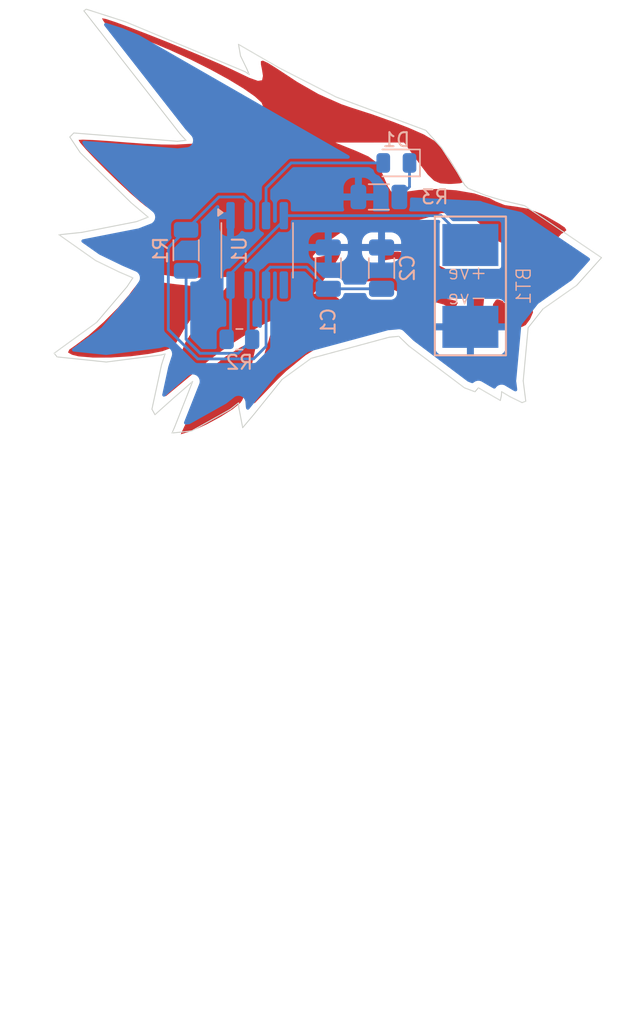
<source format=kicad_pcb>
(kicad_pcb (version 20240108) (generator "pcbnew") (generator_version "8.0")
  (layers (0 "F.Cu" signal) (31 "B.Cu" signal) (34 "B.Paste" user) (35 "F.Paste" user) (36 "B.SilkS" user "B.Silkscreen") (37 "F.SilkS" user "F.Silkscreen") (38 "B.Mask" user) (39 "F.Mask" user) (44 "Edge.Cuts" user))
  (net 0 "")
  (footprint "1_PCBARTSJCET:sjcet_copper_red F.Cu" (layer "F.Cu") (at 118.552907 138.299727)
    (property "Reference" "" (at 0 0 0) (layer "F.SilkS") (effects (font (size 1.27 1.27))))
    (property "Value" "")
    (fp_poly (pts (xy -12.962405 -47.91865) (xy -13.12809 -47.171998) (xy -13.308819 -46.213111) (xy -13.367174 -45.866575) (xy -13.586107 -44.987618) (xy -13.89541 -44.273011) (xy -14.031134 -44.08235) (xy -14.582575 -43.636116) (xy -15.446587 -43.093126) (xy -16.430373 -42.561727) (xy -17.341135 -42.150268) (xy -17.679674 -42.031944) (xy -18.289457 -41.849533) (xy -17.614063 -43.284873) (xy -17.241559 -44.172159) (xy -16.995109 -44.942333) (xy -16.936001 -45.300199) (xy -16.703221 -45.884056) (xy -16.079561 -46.596584) (xy -15.170319 -47.340448) (xy -14.08079 -48.018316) (xy -13.885884 -48.11965) (xy -12.765451 -48.685172)) (fill solid) (layer "F.Cu"))
    (fp_poly (pts (xy -24.560063 -62.855827) (xy -23.508019 -62.789095) (xy -22.291422 -62.692161) (xy -20.918021 -62.592842) (xy -19.64458 -62.536052) (xy -18.627265 -62.526732) (xy -18.08554 -62.559112) (xy -17.444367 -62.595955) (xy -16.908943 -62.440067) (xy -16.287318 -62.013448) (xy -15.863263 -61.656099) (xy -14.656634 -60.609441) (xy -16.27294 -59.526754) (xy -17.554052 -58.703442) (xy -18.64597 -58.069454) (xy -19.462332 -57.671987) (xy -19.880065 -57.555319) (xy -20.213231 -57.716846) (xy -20.79413 -58.128898) (xy -21.173872 -58.43351) (xy -21.90801 -59.07667) (xy -22.750671 -59.860467) (xy -23.615822 -60.698561) (xy -24.417434 -61.504614) (xy -25.069473 -62.192284) (xy -25.48591 -62.675231) (xy -25.588079 -62.863566) (xy -25.290428 -62.882575)) (fill solid) (layer "F.Cu"))
    (fp_poly (pts (xy -20.348675 -52.808875) (xy -20.347311 -52.808576) (xy -19.647835 -52.690347) (xy -18.63578 -52.56016) (xy -17.647223 -52.457501) (xy -15.76649 -52.28617) (xy -16.77919 -51.088989) (xy -17.458412 -50.21391) (xy -18.067301 -49.310146) (xy -18.308919 -48.889127) (xy -18.636034 -48.333235) (xy -19.009151 -47.994632) (xy -19.592944 -47.778257) (xy -20.552088 -47.589052) (xy -20.564916 -47.58684) (xy -21.888796 -47.414742) (xy -23.273495 -47.326784) (xy -24.557005 -47.324825) (xy -25.577314 -47.410724) (xy -26.047611 -47.523907) (xy -26.342136 -47.687754) (xy -26.252988 -47.891897) (xy -25.774493 -48.228792) (xy -24.846945 -48.925672) (xy -23.78904 -49.866244) (xy -22.774283 -50.883422) (xy -21.976179 -51.81012) (xy -21.793144 -52.062828) (xy -21.333918 -52.652309) (xy -20.920316 -52.865976)) (fill solid) (layer "F.Cu"))
    (fp_poly (pts (xy -23.627407 -71.495895) (xy -22.937191 -71.266834) (xy -21.933557 -70.89962) (xy -20.710839 -70.431599) (xy -19.36337 -69.90012) (xy -17.985484 -69.342531) (xy -16.671514 -68.796181) (xy -15.515794 -68.298416) (xy -14.612658 -67.886585) (xy -14.414777 -67.790209) (xy -13.394104 -67.301562) (xy -12.772269 -67.07789) (xy -12.470306 -67.122256) (xy -12.409252 -67.437726) (xy -12.476342 -67.86542) (xy -12.55585 -68.257153) (xy -12.558245 -68.484963) (xy -12.411639 -68.524262) (xy -12.044142 -68.350461) (xy -11.383866 -67.938971) (xy -10.35892 -67.265202) (xy -9.968817 -67.007749) (xy -8.444414 -66.136177) (xy -6.795067 -65.40708) (xy -6.008602 -65.139604) (xy -4.646407 -64.702245) (xy -3.139316 -64.168502) (xy -1.969324 -63.716114) (xy -0.903761 -63.248444) (xy -0.184821 -62.818963) (xy 0.358973 -62.294649) (xy 0.899099 -61.542479) (xy 0.966697 -61.438501) (xy 1.453671 -60.666647) (xy 1.794894 -60.090109) (xy 1.911828 -59.846881) (xy 1.669958 -59.764021) (xy 1.068913 -59.719469) (xy 0.867111 -59.717021) (xy 0.273556 -59.75801) (xy -0.178806 -59.948479) (xy -0.63475 -60.389679) (xy -1.239053 -61.182865) (xy -1.249556 -61.197364) (xy -2.321505 -62.677707) (xy -4.779569 -62.675233) (xy -7.237634 -62.672759) (xy -5.743029 -62.073081) (xy -4.862124 -61.67865) (xy -4.332985 -61.283009) (xy -3.984954 -60.727126) (xy -3.794654 -60.257447) (xy -3.485087 -59.550285) (xy -3.207747 -59.118369) (xy -3.104313 -59.054363) (xy -2.722975 -59.096934) (xy -1.981857 -59.193691) (xy -1.284676 -59.289719) (xy -0.01592 -59.360521) (xy 1.374262 -59.269018) (xy 2.700512 -59.042625) (xy 3.777473 -58.70876) (xy 4.215579 -58.47617) (xy 4.873002 -58.209097) (xy 5.69198 -58.095775) (xy 5.70398 -58.095744) (xy 6.50232 -57.957123) (xy 7.456398 -57.604835) (xy 7.896435 -57.38067) (xy 8.737074 -56.895844) (xy 9.174353 -56.602682) (xy 9.276322 -56.419835) (xy 9.111033 -56.265955) (xy 8.919374 -56.157841) (xy 8.558638 -55.74265) (xy 8.585455 -55.232363) (xy 8.655947 -54.8717) (xy 8.581365 -54.671023) (xy 8.270195 -54.621595) (xy 7.630924 -54.71468) (xy 6.572039 -54.941539) (xy 6.263971 -55.010718) (xy 5.178691 -55.291745) (xy 4.462776 -55.596882) (xy 3.943344 -56.015442) (xy 3.653022 -56.359543) (xy 2.698081 -57.222584) (xy 1.560319 -57.662945) (xy 0.374824 -57.642566) (xy -0.199511 -57.44493) (xy -1.251375 -57.151979) (xy -2.815537 -57.021953) (xy -3.369773 -57.014893) (xy -4.550177 -56.994432) (xy -5.368841 -56.905891) (xy -6.00956 -56.708532) (xy -6.656131 -56.361621) (xy -6.842765 -56.245143) (xy -7.649737 -55.687432) (xy -8.328668 -55.139806) (xy -8.555426 -54.917966) (xy -8.850037 -54.564205) (xy -8.806077 -54.447831) (xy -8.342889 -54.520016) (xy -8.016858 -54.591933) (xy -7.333892 -54.717796) (xy -6.923443 -54.743433) (xy -6.885138 -54.729622) (xy -6.981624 -54.480686) (xy -7.326994 -53.924076) (xy -7.790724 -53.258384) (xy -8.791024 -51.880851) (xy -7.959949 -51.880851) (xy -7.27094 -51.741417) (xy -6.658447 -51.248289) (xy -6.399271 -50.934469) (xy -6.002945 -50.337985) (xy -5.903988 -49.865081) (xy -6.152804 -49.435128) (xy -6.799798 -48.967496) (xy -7.895372 -48.381556) (xy -8.040647 -48.308806) (xy -9.367875 -47.487099) (xy -10.749018 -46.357688) (xy -11.361745 -45.761288) (xy -13.027791 -44.039587) (xy -12.800974 -45.470593) (xy -12.571097 -46.580918) (xy -12.236616 -47.824134) (xy -12.037273 -48.44548) (xy -11.786818 -49.254133) (xy -11.672498 -49.813048) (xy -11.706584 -49.989361) (xy -12.0997 -49.842997) (xy -12.809434 -49.456233) (xy -13.711403 -48.907568) (xy -14.681222 -48.275497) (xy -15.594509 -47.638517) (xy -16.32688 -47.075124) (xy -16.334569 -47.068707) (xy -17.205797 -46.342345) (xy -18.079924 -45.616134) (xy -18.450795 -45.309123) (xy -19.373402 -44.546971) (xy -18.946767 -45.984655) (xy -17.921482 -48.486659) (xy -16.396801 -50.775639) (xy -15.77258 -51.495688) (xy -15.131826 -52.207366) (xy -14.668202 -52.754547) (xy -14.476108 -53.025508) (xy -14.475268 -53.031063) (xy -14.724153 -53.077514) (xy -15.377989 -53.077324) (xy -16.297552 -53.03073) (xy -16.337915 -53.027903) (xy -18.173411 -53.019811) (xy -19.925468 -53.294647) (xy -21.769327 -53.890021) (xy -23.149108 -54.489687) (xy -25.261924 -55.481638) (xy -23.599255 -55.817184) (xy -21.409469 -56.427809) (xy -19.101381 -57.36498) (xy -16.896278 -58.531947) (xy -15.856923 -59.202233) (xy -14.987279 -59.827673) (xy -14.321651 -60.346767) (xy -13.963531 -60.677085) (xy -13.92956 -60.737357) (xy -14.138164 -60.980158) (xy -14.680716 -61.416695) (xy -15.331152 -61.877766) (xy -16.234612 -62.576739) (xy -17.25488 -63.499968) (xy -18.16849 -64.444787) (xy -19.138822 -65.558164) (xy -20.153805 -66.752565) (xy -21.154686 -67.955287) (xy -22.082713 -69.093628) (xy -22.879134 -70.094886) (xy -23.257792 -70.589383) (xy -22.741807 -70.589383) (xy -22.62915 -70.325306) (xy -22.21343 -69.782323) (xy -21.479248 -68.908034) (xy -20.786915 -68.093617) (xy -19.218112 -66.294051) (xy -17.930065 -64.926672) (xy -16.90253 -63.972694) (xy -16.11526 -63.413329) (xy -15.548014 -63.229792) (xy -15.545566 -63.229787) (xy -14.899283 -63.064344) (xy -14.111516 -62.64702) (xy -13.792473 -62.419149) (xy -13.017713 -61.860054) (xy -12.570807 -61.642966) (xy -12.481136 -61.767163) (xy -12.77808 -62.231923) (xy -12.948839 -62.439881) (xy -13.455976 -63.081089) (xy -13.62373 -63.486647) (xy -13.490127 -63.81159) (xy -13.328172 -63.986383) (xy -13.174824 -64.24337) (xy -13.509015 -64.310638) (xy -13.936928 -64.42029) (xy -14.584748 -64.69499) (xy -15.297632 -65.053359) (xy -15.920739 -65.414014) (xy -16.299226 -65.695575) (xy -16.33989 -65.798477) (xy -16.049254 -65.784926) (xy -15.392261 -65.657085) (xy -14.756778 -65.504442) (xy -13.827738 -65.289852) (xy -13.047478 -65.150805) (xy -12.72594 -65.121276) (xy -12.395545 -65.226774) (xy -12.503991 -65.520159) (xy -12.992349 -65.96677) (xy -13.80169 -66.531948) (xy -14.873084 -67.181031) (xy -16.147601 -67.87936) (xy -17.566313 -68.592272) (xy -19.070289 -69.285108) (xy -20.600601 -69.923207) (xy -21.415394 -70.23217) (xy -22.119529 -70.490415) (xy -22.5668 -70.626952) (xy -22.741807 -70.589383) (xy -23.257792 -70.589383) (xy -23.485198 -70.886357) (xy -23.842152 -71.39534) (xy -23.909871 -71.549453)) (fill solid) (layer "F.Cu"))
  )
  (footprint "1_PCBARTSJCET:teeth_for _expose F.Mask" (layer "F.Cu") (at 119.618129 137.199293)
    (property "Reference" "" (at 0 0 0) (layer "F.SilkS") (effects (font (size 1.27 1.27))))
    (property "Value" "")
  )
  (footprint "1_PCBARTSJCET:fr4 eyes F.Mask" (layer "F.Cu") (at 125.66 135.17)
    (property "Reference" "" (at 0 0 0) (layer "F.SilkS") (effects (font (size 1.27 1.27))))
    (property "Value" "")
  )
  (footprint "1_PCBARTSJCET:teeth F.Cu" (layer "F.Cu") (at 119.518129 137.079293)
    (property "Reference" "" (at 0 0 0) (layer "F.SilkS") (effects (font (size 1.27 1.27))))
    (property "Value" "")
    (fp_poly (pts (xy 2.448979 -50.49532) (xy 2.363938 -49.649095) (xy 2.135965 -49.022506) (xy 1.825806 -48.728115) (xy 1.545301 -48.820784) (xy 1.364711 -49.325908) (xy 1.428802 -50.065148) (xy 1.701695 -50.808927) (xy 1.902742 -51.107831) (xy 2.439892 -51.745744)) (fill solid) (layer "F.Cu"))
    (fp_poly (pts (xy -1.686963 -51.172038) (xy -1.379223 -50.862889) (xy -1.072446 -50.8) (xy -0.639628 -50.682998) (xy -0.546236 -50.529787) (xy -0.317486 -50.310244) (xy 0 -50.259574) (xy 0.443913 -50.153027) (xy 0.546237 -50.005309) (xy 0.373786 -49.656071) (xy 0.039867 -49.569897) (xy -0.119118 -49.691229) (xy -0.467418 -49.892784) (xy -1.138558 -50.082196) (xy -1.351299 -50.122079) (xy -2.236238 -50.357409) (xy -2.749113 -50.671495) (xy -2.835764 -51.004471) (xy -2.44203 -51.296469) (xy -2.42096 -51.304442) (xy -1.894584 -51.405806)) (fill solid) (layer "F.Cu"))
    (fp_poly (pts (xy 3.777831 -50.142183) (xy 3.823656 -50.042914) (xy 4.064467 -49.893982) (xy 4.657921 -49.805124) (xy 4.798597 -49.798913) (xy 5.478513 -49.748655) (xy 5.878313 -49.660863) (xy 5.901296 -49.645172) (xy 5.924211 -49.31899) (xy 5.71534 -48.841485) (xy 5.402973 -48.425298) (xy 5.1154 -48.283068) (xy 5.087008 -48.295494) (xy 4.440311 -48.463209) (xy 3.678411 -48.403457) (xy 3.339722 -48.271074) (xy 3.116173 -48.290628) (xy 3.015735 -48.749439) (xy 3.004302 -49.162776) (xy 3.069994 -49.920314) (xy 3.288523 -50.236929) (xy 3.413979 -50.259574)) (fill solid) (layer "F.Cu"))
    (fp_poly (pts (xy -5.592415 -52.410857) (xy -5.204273 -52.215327) (xy -4.885305 -52.237332) (xy -4.46645 -52.243076) (xy -4.369892 -52.125766) (xy -4.135423 -51.943547) (xy -3.66707 -51.880851) (xy -3.147866 -51.781728) (xy -3.051182 -51.435889) (xy -3.05569 -51.411082) (xy -3.33781 -50.989449) (xy -3.807754 -50.840536) (xy -4.212276 -51.038655) (xy -4.230853 -51.066243) (xy -4.606912 -51.238528) (xy -4.939113 -51.198101) (xy -5.372054 -51.189307) (xy -5.462365 -51.353732) (xy -5.677538 -51.558816) (xy -6.008602 -51.532344) (xy -6.450502 -51.567114) (xy -6.540469 -51.884202) (xy -6.250166 -52.33054) (xy -6.169476 -52.401311) (xy -5.785736 -52.57612)) (fill solid) (layer "F.Cu"))
    (fp_poly (pts (xy -3.325093 -53.613434) (xy -2.62502 -53.45269) (xy -2.222813 -53.263518) (xy -2.184946 -53.197379) (xy -1.955645 -53.006481) (xy -1.632853 -52.961702) (xy -1.094921 -52.826506) (xy -0.402923 -52.488897) (xy 0.285523 -52.050846) (xy 0.812798 -51.614323) (xy 1.021285 -51.281299) (xy 1.015859 -51.248134) (xy 0.701518 -50.941563) (xy 0.078066 -51.04456) (xy -0.204838 -51.169368) (xy -0.675001 -51.528098) (xy -0.819354 -51.831289) (xy -0.985314 -52.064898) (xy -1.541931 -52.03602) (xy -1.638709 -52.015957) (xy -2.222601 -51.947836) (xy -2.44115 -52.129424) (xy -2.458064 -52.296215) (xy -2.613959 -52.62815) (xy -3.004301 -52.613195) (xy -3.460098 -52.635817) (xy -3.550537 -52.873363) (xy -3.676354 -53.13076) (xy -4.136482 -53.145556) (xy -4.438172 -53.091138) (xy -5.011184 -52.992329) (xy -5.13339 -53.067539) (xy -4.895523 -53.350616) (xy -4.440179 -53.632969) (xy -3.75483 -53.668585)) (fill solid) (layer "F.Cu"))
  )
  (footprint "Resistor_SMD:R_0805_2012Metric" (layer "B.Cu") (at 104.46 89.67)
    (property "Reference" "R2" (at 0 1.65 0) (layer "B.SilkS") (effects (justify mirror)))
    (property "Value" "100k")
    (fp_line (start 0.227064 -0.735) (end -0.227064 -0.735) (stroke (width 0.12)) (layer "B.SilkS"))
    (fp_line (start 0.227064 0.735) (end -0.227064 0.735) (stroke (width 0.12)) (layer "B.SilkS"))
    (pad "1" smd roundrect (at -0.9125 0) (size 1.025 1.4) (layers "B.Cu" "B.Paste" "B.Mask") (roundrect_rratio 0.243902))
    (pad "2" smd roundrect (at 0.9125 0) (size 1.025 1.4) (layers "B.Cu" "B.Paste" "B.Mask") (roundrect_rratio 0.243902))
  )
  (footprint "Battery_smd_pad_vinvout:battery_pads" (layer "B.Cu") (at 113.35 85.225 -90)
    (property "Reference" "BT1" (at 0.635 -11.43 90) (layer "B.SilkS") (effects (font (thickness 0.1)) (justify mirror)))
    (property "Value" "3V")
    (fp_rect (start -4.318 -5.08) (end 5.588 -10.16) (stroke (width 0.15)) (fill none) (layer "B.SilkS"))
    (fp_text user "-ve" (at 2.032 -8.89 0) (layer "B.SilkS") (effects (font (thickness 0.1)) (justify left bottom mirror)))
    (fp_text user "+ve" (at 0.254 -8.89 0) (layer "B.SilkS") (effects (font (thickness 0.1)) (justify left bottom mirror)))
    (pad "1" smd rect (at -2.286 -7.62 270) (size 3 4) (layers "B.Cu" "B.Paste" "B.Mask"))
    (pad "2" smd rect (at 3.556 -7.62 270) (size 3 4) (layers "B.Cu" "B.Paste" "B.Mask"))
  )
  (footprint "Resistor_SMD:R_1206_3216Metric" (layer "B.Cu") (at 114.4275 79.51 180)
    (property "Reference" "R3" (at -4.0025 0 0) (layer "B.SilkS") (effects (justify mirror)))
    (property "Value" "270")
    (fp_line (start 0.727064 0.91) (end -0.727064 0.91) (stroke (width 0.12)) (layer "B.SilkS"))
    (fp_line (start 0.727064 -0.91) (end -0.727064 -0.91) (stroke (width 0.12)) (layer "B.SilkS"))
    (pad "1" smd roundrect (at -1.4625 0 180) (size 1.125 1.75) (layers "B.Cu" "B.Paste" "B.Mask") (roundrect_rratio 0.222222))
    (pad "2" smd roundrect (at 1.4625 0 180) (size 1.125 1.75) (layers "B.Cu" "B.Paste" "B.Mask") (roundrect_rratio 0.222222))
  )
  (footprint "Package_SO:SOIC-8_3.9x4.9mm_P1.27mm" (layer "B.Cu") (at 105.73 83.32 -90)
    (property "Reference" "U1" (at 0 1.27 90) (layer "B.SilkS") (effects (justify mirror)))
    (property "Value" "NA555D")
    (fp_line (start -1.95 2.56) (end 0 2.56) (stroke (width 0.12)) (layer "B.SilkS"))
    (fp_line (start 1.95 2.56) (end 0 2.56) (stroke (width 0.12)) (layer "B.SilkS"))
    (fp_line (start -1.95 -2.56) (end 0 -2.56) (stroke (width 0.12)) (layer "B.SilkS"))
    (fp_line (start 1.95 -2.56) (end 0 -2.56) (stroke (width 0.12)) (layer "B.SilkS"))
    (fp_poly (pts (xy -2.7 2.465) (xy -2.94 2.795) (xy -2.46 2.795) (xy -2.7 2.465)) (stroke (width 0.12)) (fill solid) (layer "B.SilkS"))
    (pad "1" smd roundrect (at -2.475 1.905 270) (size 1.95 0.6) (layers "B.Cu" "B.Paste" "B.Mask"))
    (pad "2" smd roundrect (at -2.475 0.635 270) (size 1.95 0.6) (layers "B.Cu" "B.Paste" "B.Mask"))
    (pad "3" smd roundrect (at -2.475 -0.635 270) (size 1.95 0.6) (layers "B.Cu" "B.Paste" "B.Mask"))
    (pad "4" smd roundrect (at -2.475 -1.905 270) (size 1.95 0.6) (layers "B.Cu" "B.Paste" "B.Mask"))
    (pad "5" smd roundrect (at 2.475 -1.905 270) (size 1.95 0.6) (layers "B.Cu" "B.Paste" "B.Mask"))
    (pad "6" smd roundrect (at 2.475 -0.635 270) (size 1.95 0.6) (layers "B.Cu" "B.Paste" "B.Mask"))
    (pad "7" smd roundrect (at 2.475 0.635 270) (size 1.95 0.6) (layers "B.Cu" "B.Paste" "B.Mask"))
    (pad "8" smd roundrect (at 2.475 1.905 270) (size 1.95 0.6) (layers "B.Cu" "B.Paste" "B.Mask"))
  )
  (footprint "Capacitor_SMD:C_1206_3216Metric" (layer "B.Cu") (at 110.81 84.59 90)
    (property "Reference" "C1" (at -3.81 0 90) (layer "B.SilkS") (effects (justify mirror)))
    (property "Value" "1uf")
    (fp_line (start 0.711252 -0.91) (end -0.711252 -0.91) (stroke (width 0.12)) (layer "B.SilkS"))
    (fp_line (start 0.711252 0.91) (end -0.711252 0.91) (stroke (width 0.12)) (layer "B.SilkS"))
    (pad "1" smd roundrect (at -1.475 0 90) (size 1.15 1.8) (layers "B.Cu" "B.Paste" "B.Mask") (roundrect_rratio 0.217391))
    (pad "2" smd roundrect (at 1.475 0 90) (size 1.15 1.8) (layers "B.Cu" "B.Paste" "B.Mask") (roundrect_rratio 0.217391))
  )
  (footprint "Capacitor_SMD:C_1206_3216Metric" (layer "B.Cu") (at 114.62 84.59 90)
    (property "Reference" "C2" (at 0 1.85 90) (layer "B.SilkS") (effects (justify mirror)))
    (property "Value" "1uf")
    (fp_line (start 0.711252 -0.91) (end -0.711252 -0.91) (stroke (width 0.12)) (layer "B.SilkS"))
    (fp_line (start 0.711252 0.91) (end -0.711252 0.91) (stroke (width 0.12)) (layer "B.SilkS"))
    (pad "1" smd roundrect (at -1.475 0 90) (size 1.15 1.8) (layers "B.Cu" "B.Paste" "B.Mask") (roundrect_rratio 0.217391))
    (pad "2" smd roundrect (at 1.475 0 90) (size 1.15 1.8) (layers "B.Cu" "B.Paste" "B.Mask") (roundrect_rratio 0.217391))
  )
  (footprint "LED_SMD:LED_0805_2012Metric" (layer "B.Cu") (at 115.68 77.08 180)
    (property "Reference" "D1" (at 0 1.65 0) (layer "B.SilkS") (effects (justify mirror)))
    (property "Value" "LED")
    (fp_line (start 1 -0.96) (end -1.685 -0.96) (stroke (width 0.12)) (layer "B.SilkS"))
    (fp_line (start -1.685 0.96) (end 1 0.96) (stroke (width 0.12)) (layer "B.SilkS"))
    (fp_line (start -1.685 -0.96) (end -1.685 0.96) (stroke (width 0.12)) (layer "B.SilkS"))
    (pad "1" smd roundrect (at -0.9375 0 180) (size 0.975 1.4) (layers "B.Cu" "B.Paste" "B.Mask"))
    (pad "2" smd roundrect (at 0.9375 0 180) (size 0.975 1.4) (layers "B.Cu" "B.Paste" "B.Mask"))
  )
  (footprint "Resistor_SMD:R_1206_3216Metric" (layer "B.Cu") (at 100.65 83.32 -90)
    (property "Reference" "R1" (at 0 1.82 90) (layer "B.SilkS") (effects (justify mirror)))
    (property "Value" "470k")
    (fp_line (start 0.727064 0.91) (end -0.727064 0.91) (stroke (width 0.12)) (layer "B.SilkS"))
    (fp_line (start 0.727064 -0.91) (end -0.727064 -0.91) (stroke (width 0.12)) (layer "B.SilkS"))
    (pad "1" smd roundrect (at -1.4625 0 270) (size 1.125 1.75) (layers "B.Cu" "B.Paste" "B.Mask") (roundrect_rratio 0.222222))
    (pad "2" smd roundrect (at 1.4625 0 270) (size 1.125 1.75) (layers "B.Cu" "B.Paste" "B.Mask") (roundrect_rratio 0.222222))
  )
  (gr_line (start 101.117966 92.679648) (end 99.831999 95.929238) (stroke (width 0.072)) (layer "Edge.Cuts"))
  (gr_line (start 107.307079 70.298401) (end 104.397829 68.617593) (stroke (width 0.072)) (layer "Edge.Cuts"))
  (gr_line (start 111.378247 72.377552) (end 107.307079 70.298401) (stroke (width 0.072)) (layer "Edge.Cuts"))
  (gr_line (start 94.259206 88.460581) (end 91.775246 90.260232) (stroke (width 0.072)) (layer "Edge.Cuts"))
  (gr_line (start 105.156539 70.765324) (end 104.875257 70.571115) (stroke (width 0.072)) (layer "Edge.Cuts"))
  (gr_line (start 115.174335 89.520093) (end 115.856243 89.457306) (stroke (width 0.072)) (layer "Edge.Cuts"))
  (gr_line (start 93.196663 82.037306) (end 91.568188 82.207953) (stroke (width 0.072)) (layer "Edge.Cuts"))
  (gr_line (start 96.845417 85.284808) (end 96.42299 85.921332) (stroke (width 0.072)) (layer "Edge.Cuts"))
  (gr_line (start 104.694058 95.977395) (end 105.479751 95.049837) (stroke (width 0.072)) (layer "Edge.Cuts"))
  (gr_line (start 96.42299 85.921332) (end 94.259206 88.460581) (stroke (width 0.072)) (layer "Edge.Cuts"))
  (gr_line (start 104.875257 70.571115) (end 96.295917 66.996459) (stroke (width 0.072)) (layer "Edge.Cuts"))
  (gr_line (start 109.593507 91.025541) (end 115.174335 89.520093) (stroke (width 0.072)) (layer "Edge.Cuts"))
  (gr_line (start 118.91188 76.005078) (end 117.781603 74.75299) (stroke (width 0.072)) (layer "Edge.Cuts"))
  (gr_line (start 97.936253 80.949577) (end 97.116307 81.268875) (stroke (width 0.072)) (layer "Edge.Cuts"))
  (gr_line (start 99.831999 95.929238) (end 99.645177 96.359514) (stroke (width 0.072)) (layer "Edge.Cuts"))
  (gr_line (start 121.540863 93.131919) (end 121.965886 93.378991) (stroke (width 0.072)) (layer "Edge.Cuts"))
  (gr_line (start 121.295109 93.415542) (end 121.540863 93.131919) (stroke (width 0.072)) (layer "Edge.Cuts"))
  (gr_line (start 124.927909 94.088853) (end 124.744888 92.638305) (stroke (width 0.072)) (layer "Edge.Cuts"))
  (gr_line (start 120.560075 78.651135) (end 120.021404 77.718346) (stroke (width 0.072)) (layer "Edge.Cuts"))
  (gr_line (start 100.645682 75.470046) (end 100.030723 75.534968) (stroke (width 0.072)) (layer "Edge.Cuts"))
  (gr_line (start 98.875569 90.787344) (end 99.145429 90.714087) (stroke (width 0.072)) (layer "Edge.Cuts"))
  (gr_line (start 121.965886 93.378991) (end 123.10862 94.035926) (stroke (width 0.072)) (layer "Edge.Cuts"))
  (gr_line (start 120.810207 78.895068) (end 120.560075 78.651135) (stroke (width 0.072)) (layer "Edge.Cuts"))
  (gr_line (start 123.327651 79.776042) (end 122.041173 79.393912) (stroke (width 0.072)) (layer "Edge.Cuts"))
  (gr_line (start 91.568188 82.207953) (end 94.183192 84.047888) (stroke (width 0.072)) (layer "Edge.Cuts"))
  (gr_line (start 124.744888 92.638305) (end 125.096741 88.844337) (stroke (width 0.072)) (layer "Edge.Cuts"))
  (gr_line (start 100.030723 75.534968) (end 92.622679 74.941371) (stroke (width 0.072)) (layer "Edge.Cuts"))
  (gr_line (start 94.946565 91.29143) (end 98.875569 90.787344) (stroke (width 0.072)) (layer "Edge.Cuts"))
  (gr_line (start 104.394632 94.206562) (end 104.419533 94.542612) (stroke (width 0.072)) (layer "Edge.Cuts"))
  (gr_line (start 93.346617 66.224835) (end 100.218585 75.003651) (stroke (width 0.072)) (layer "Edge.Cuts"))
  (gr_line (start 125.096741 88.844337) (end 126.158003 87.502729) (stroke (width 0.072)) (layer "Edge.Cuts"))
  (gr_line (start 122.041173 79.393912) (end 120.810207 78.895068) (stroke (width 0.072)) (layer "Edge.Cuts"))
  (gr_line (start 115.856243 89.457306) (end 116.573954 90.14983) (stroke (width 0.072)) (layer "Edge.Cuts"))
  (gr_line (start 95.857333 84.859764) (end 96.845417 85.284808) (stroke (width 0.072)) (layer "Edge.Cuts"))
  (gr_line (start 99.645177 96.359514) (end 101.045311 96.214005) (stroke (width 0.072)) (layer "Edge.Cuts"))
  (gr_line (start 98.208716 94.656213) (end 98.426372 95.050622) (stroke (width 0.072)) (layer "Edge.Cuts"))
  (gr_line (start 124.660868 94.1893) (end 124.927909 94.088853) (stroke (width 0.072)) (layer "Edge.Cuts"))
  (gr_line (start 91.775246 90.260232) (end 91.222185 90.665026) (stroke (width 0.072)) (layer "Edge.Cuts"))
  (gr_line (start 116.573954 90.14983) (end 120.542918 93.132459) (stroke (width 0.072)) (layer "Edge.Cuts"))
  (gr_line (start 93.515277 66.106532) (end 93.346617 66.224835) (stroke (width 0.072)) (layer "Edge.Cuts"))
  (gr_line (start 100.218585 75.003651) (end 100.645682 75.470046) (stroke (width 0.072)) (layer "Edge.Cuts"))
  (gr_line (start 92.622679 74.941371) (end 92.337541 75.228889) (stroke (width 0.072)) (layer "Edge.Cuts"))
  (gr_line (start 94.183192 84.047888) (end 95.857333 84.859764) (stroke (width 0.072)) (layer "Edge.Cuts"))
  (gr_line (start 93.087017 76.351333) (end 96.717751 79.919415) (stroke (width 0.072)) (layer "Edge.Cuts"))
  (gr_line (start 124.840403 80.129893) (end 123.327651 79.776042) (stroke (width 0.072)) (layer "Edge.Cuts"))
  (gr_line (start 104.54158 69.439941) (end 104.997221 70.380067) (stroke (width 0.072)) (layer "Edge.Cuts"))
  (gr_line (start 123.202094 93.410923) (end 123.804075 93.76949) (stroke (width 0.072)) (layer "Edge.Cuts"))
  (gr_line (start 123.184414 93.689401) (end 123.202094 93.410923) (stroke (width 0.072)) (layer "Edge.Cuts"))
  (gr_line (start 92.337541 75.228889) (end 93.087017 76.351333) (stroke (width 0.072)) (layer "Edge.Cuts"))
  (gr_line (start 98.426372 95.050622) (end 99.766094 93.854803) (stroke (width 0.072)) (layer "Edge.Cuts"))
  (gr_line (start 96.717751 79.919415) (end 97.936253 80.949577) (stroke (width 0.072)) (layer "Edge.Cuts"))
  (gr_line (start 120.542918 93.132459) (end 121.295109 93.415542) (stroke (width 0.072)) (layer "Edge.Cuts"))
  (gr_line (start 98.892698 91.495604) (end 98.208716 94.656213) (stroke (width 0.072)) (layer "Edge.Cuts"))
  (gr_line (start 101.045311 96.214005) (end 103.798875 94.675578) (stroke (width 0.072)) (layer "Edge.Cuts"))
  (gr_line (start 123.804075 93.76949) (end 124.660868 94.1893) (stroke (width 0.072)) (layer "Edge.Cuts"))
  (gr_line (start 91.431179 90.926584) (end 94.946565 91.29143) (stroke (width 0.072)) (layer "Edge.Cuts"))
  (gr_line (start 130.339223 83.843257) (end 124.840403 80.129893) (stroke (width 0.072)) (layer "Edge.Cuts"))
  (gr_line (start 120.021404 77.718346) (end 118.91188 76.005078) (stroke (width 0.072)) (layer "Edge.Cuts"))
  (gr_line (start 104.997221 70.380067) (end 105.156539 70.765324) (stroke (width 0.072)) (layer "Edge.Cuts"))
  (gr_line (start 107.513121 92.531871) (end 109.593507 91.025541) (stroke (width 0.072)) (layer "Edge.Cuts"))
  (gr_line (start 96.295917 66.996459) (end 93.515241 66.106532) (stroke (width 0.072)) (layer "Edge.Cuts"))
  (gr_line (start 103.798875 94.675578) (end 104.394632 94.206562) (stroke (width 0.072)) (layer "Edge.Cuts"))
  (gr_line (start 128.563837 85.821273) (end 130.339223 83.843257) (stroke (width 0.072)) (layer "Edge.Cuts"))
  (gr_line (start 126.158003 87.502729) (end 128.563837 85.821273) (stroke (width 0.072)) (layer "Edge.Cuts"))
  (gr_line (start 97.116307 81.268875) (end 93.196663 82.037306) (stroke (width 0.072)) (layer "Edge.Cuts"))
  (gr_line (start 105.479751 95.049837) (end 107.513121 92.531871) (stroke (width 0.072)) (layer "Edge.Cuts"))
  (gr_line (start 99.145429 90.714087) (end 98.892698 91.495604) (stroke (width 0.072)) (layer "Edge.Cuts"))
  (gr_line (start 104.419533 94.542612) (end 104.694058 95.977395) (stroke (width 0.072)) (layer "Edge.Cuts"))
  (gr_line (start 123.10862 94.035926) (end 123.184414 93.689401) (stroke (width 0.072)) (layer "Edge.Cuts"))
  (gr_line (start 99.766094 93.854803) (end 101.117966 92.679648) (stroke (width 0.072)) (layer "Edge.Cuts"))
  (gr_line (start 104.397829 68.617593) (end 104.54158 69.439941) (stroke (width 0.072)) (layer "Edge.Cuts"))
  (gr_line (start 91.222185 90.665026) (end 91.431179 90.926584) (stroke (width 0.072)) (layer "Edge.Cuts"))
  (gr_line (start 117.781603 74.75299) (end 111.378247 72.377552) (stroke (width 0.072)) (layer "Edge.Cuts"))
  (segment (start 103.825 89.3925) (end 103.5475 89.67) (width 0.2) (layer "B.Cu") (net 0))
  (segment (start 107.635 81.190552) (end 107.635 80.845) (width 0.2) (layer "B.Cu") (net 0))
  (segment (start 106.365 78.875) (end 106.365 80.845) (width 0.2) (layer "B.Cu") (net 0))
  (segment (start 105.095 79.870001) (end 104.734999 79.51) (width 0.2) (layer "B.Cu") (net 0))
  (segment (start 105.095 89.3925) (end 105.3725 89.67) (width 0.2) (layer "B.Cu") (net 0))
  (segment (start 106.365 85.795) (end 106.365 84.820001) (width 0.2) (layer "B.Cu") (net 0))
  (segment (start 105.095 85.795) (end 105.095 89.3925) (width 0.2) (layer "B.Cu") (net 0))
  (segment (start 100.65 81.8575) (end 99.38 83.1275) (width 0.2) (layer "B.Cu") (net 0))
  (segment (start 116.6175 78.7825) (end 115.89 79.51) (width 0.2) (layer "B.Cu") (net 0))
  (segment (start 110.81 86.065) (end 114.62 86.065) (width 0.2) (layer "B.Cu") (net 0))
  (segment (start 105.469744 91.07) (end 106.365 90.174744) (width 0.2) (layer "B.Cu") (net 0))
  (segment (start 105.095 80.845) (end 105.095 79.870001) (width 0.2) (layer "B.Cu") (net 0))
  (segment (start 107.635 80.845) (end 118.876 80.845) (width 0.2) (layer "B.Cu") (net 0))
  (segment (start 116.6175 77.08) (end 116.6175 78.7825) (width 0.2) (layer "B.Cu") (net 0))
  (segment (start 100.65 84.7825) (end 100.65 89.67) (width 0.2) (layer "B.Cu") (net 0))
  (segment (start 99.38 88.965686) (end 101.484314 91.07) (width 0.2) (layer "B.Cu") (net 0))
  (segment (start 104.734999 79.51) (end 102.9975 79.51) (width 0.2) (layer "B.Cu") (net 0))
  (segment (start 109.265 84.52) (end 110.81 86.065) (width 0.2) (layer "B.Cu") (net 0))
  (segment (start 100.65 89.67) (end 101.65 90.67) (width 0.2) (layer "B.Cu") (net 0))
  (segment (start 106.665001 84.52) (end 109.265 84.52) (width 0.2) (layer "B.Cu") (net 0))
  (segment (start 106.365 90.174744) (end 106.365 85.795) (width 0.2) (layer "B.Cu") (net 0))
  (segment (start 104.3725 90.67) (end 105.3725 89.67) (width 0.2) (layer "B.Cu") (net 0))
  (segment (start 114.7425 77.08) (end 108.16 77.08) (width 0.2) (layer "B.Cu") (net 0))
  (segment (start 99.38 83.1275) (end 99.38 88.965686) (width 0.2) (layer "B.Cu") (net 0))
  (segment (start 103.825 85.795) (end 103.825 89.3925) (width 0.2) (layer "B.Cu") (net 0))
  (segment (start 106.365 84.820001) (end 106.665001 84.52) (width 0.2) (layer "B.Cu") (net 0))
  (segment (start 103.825 85.000552) (end 107.635 81.190552) (width 0.2) (layer "B.Cu") (net 0))
  (segment (start 118.876 80.845) (end 120.97 82.939) (width 0.2) (layer "B.Cu") (net 0))
  (segment (start 102.9975 79.51) (end 100.65 81.8575) (width 0.2) (layer "B.Cu") (net 0))
  (segment (start 101.65 90.67) (end 104.3725 90.67) (width 0.2) (layer "B.Cu") (net 0))
  (segment (start 115.5975 79.2175) (end 115.89 79.51) (width 0.2) (layer "B.Cu") (net 0))
  (segment (start 108.16 77.08) (end 106.365 78.875) (width 0.2) (layer "B.Cu") (net 0))
  (segment (start 101.484314 91.07) (end 105.469744 91.07) (width 0.2) (layer "B.Cu") (net 0))
  (segment (start 103.825 85.795) (end 103.825 85.000552) (width 0.2) (layer "B.Cu") (net 0))
  (zone (net 0) (net_name "") (layer "B.Cu") (connect_pads (clearance 0)) (min_thickness 0.25) (fill yes (thermal_gap 0.5) (thermal_bridge_width 0.5))
    (polygon (pts (xy 92.92 65.45) (xy 114.19 77.64) (xy 115.52 79.48) (xy 131.61 80.29) (xy 131.88 99.15) (xy 87.92 97.88) (xy 87.35 69.04)))
  )
)
</source>
